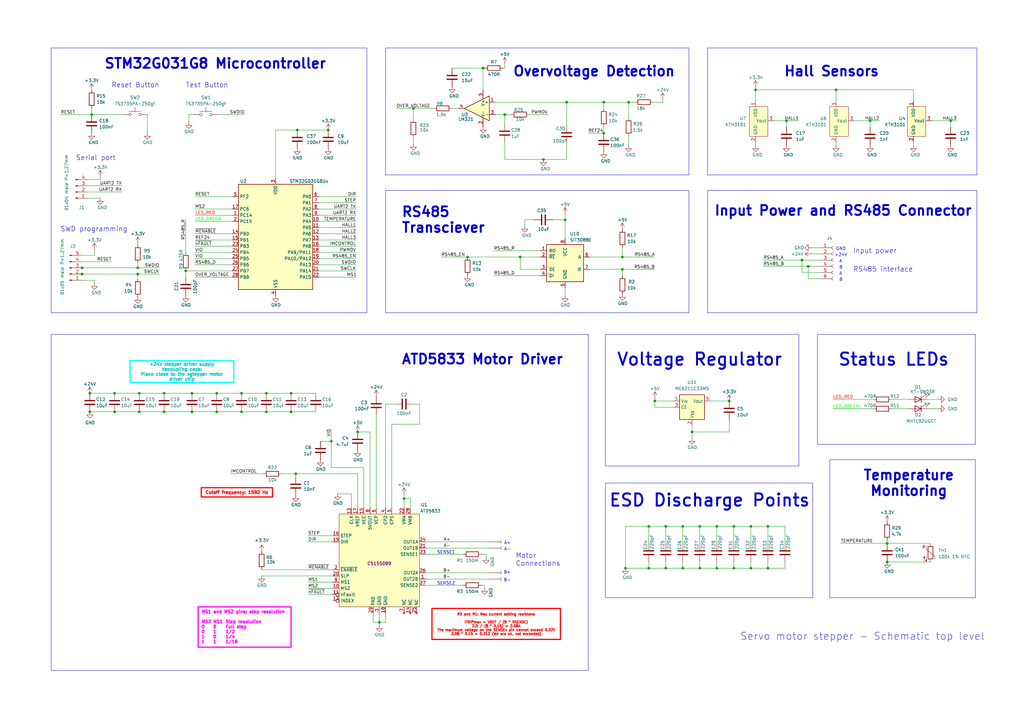
<source format=kicad_sch>
(kicad_sch (version 20250114) (generator "eeschema") (generator_version "9.0")
  (paper "A3")
  (title_block (title "Servo motor stepper M17 - Schematic top level") (date "2025-11-26") (rev "1.5"))
  (rectangle (start 248.285 137.16) (end 327.66 191.135))
  (rectangle (start 335.28 137.16) (end 400.05 182.245))
  (rectangle (start 20.955 137.16) (end 241.3 274.955))
  (rectangle (start 158.115 19.685) (end 282.575 71.755))
  (rectangle (start 290.195 19.685) (end 400.685 71.755))
  (rectangle (start 248.285 198.12) (end 333.375 245.11))
  (rectangle (start 20.955 19.685) (end 150.495 128.27))
  (rectangle (start 158.115 78.105) (end 282.575 128.27))
  (rectangle (start 340.36 188.595) (end 400.05 245.11))
  (rectangle (start 290.195 78.105) (end 400.685 128.27))
  (text "Reset Button" (at 45.72 36.195 0) (effects (font (size 2 2)) (justify left bottom)))
  (text "ESD Discharge Points" (at 249.555 208.28 0) (effects (font (size 5 5) (thickness 0.8) (bold yes)) (justify left bottom)))
  (text "Test Button" (at 76.2 36.195 0) (effects (font (size 2 2)) (justify left bottom)))
  (text "B" (at 344.17 115.57 0) (effects (font (size 1.27 1.27)) (justify left bottom)))
  (text "+24V" (at 342.265 105.41 0) (effects (font (size 1.27 1.27)) (justify left bottom)))
  (text "SWD programming" (at 24.765 95.25 0) (effects (font (size 2 2)) (justify left bottom)))
  (text "Serial port" (at 31.115 66.04 0) (effects (font (size 2 2)) (justify left bottom)))
  (text "GND" (at 342.9 102.87 0) (effects (font (size 1.27 1.27)) (justify left bottom)))
  (text "RS485\nTransciever" (at 164.465 95.885 0) (effects (font (size 4 4) (thickness 0.8) (bold yes)) (justify left bottom)))
  (text "Input power" (at 349.885 104.14 0) (effects (font (size 2 2)) (justify left bottom)))
  (text "B" (at 344.17 110.49 0) (effects (font (size 1.27 1.27)) (justify left bottom)))
  (text "A+" (at 209.55 223.52 0) (effects (font (size 1.27 1.27)) (justify right bottom)))
  (text "Status LEDs" (at 343.535 150.495 0) (effects (font (size 5 5) (thickness 0.8) (bold yes)) (justify left bottom)))
  (text "Overvoltage Detection" (at 210.185 31.75 0) (effects (font (size 4 4) (thickness 0.8) (bold yes)) (justify left bottom)))
  (text "Voltage Regulator" (at 252.73 150.495 0) (effects (font (size 5 5) (thickness 0.8) (bold yes)) (justify left bottom)))
  (text "A" (at 344.17 107.95 0) (effects (font (size 1.27 1.27)) (justify left bottom)))
  (text "Input Power and RS485 Connector" (at 292.735 88.9 0) (effects (font (size 4 4) (thickness 0.8) (bold yes)) (justify left bottom)))
  (text "A" (at 344.17 113.03 0) (effects (font (size 1.27 1.27)) (justify left bottom)))
  (text "SENSE2" (at 186.69 240.03 0) (effects (font (size 1.27 1.27)) (justify right bottom)))
  (text "RS485 interface" (at 349.885 111.76 0) (effects (font (size 2 2)) (justify left bottom)))
  (text "Temperature\nMonitoring" (at 372.745 203.835 0) (effects (font (size 4 4) (thickness 0.8) (bold yes)) (justify bottom)))
  (text "SENSE1" (at 186.69 227.33 0) (effects (font (size 1.27 1.27)) (justify right bottom)))
  (text "B+" (at 209.55 235.585 0) (effects (font (size 1.27 1.27)) (justify right bottom)))
  (text "Servo motor stepper - Schematic top level" (at 303.53 262.89 0) (effects (font (size 3 3)) (justify left bottom)))
  (text "STM32G031G8 Microcontroller" (at 42.545 28.575 0) (effects (font (size 4 4) (thickness 0.8) (bold yes)) (justify left bottom)))
  (text "A-" (at 209.55 226.06 0) (effects (font (size 1.27 1.27)) (justify right bottom)))
  (text "B-" (at 209.55 238.76 0) (effects (font (size 1.27 1.27)) (justify right bottom)))
  (text "ATD5833 Motor Driver" (at 164.465 149.86 0) (effects (font (size 4 4) (thickness 0.8) (bold yes)) (justify left bottom)))
  (text "Hall Sensors" (at 321.31 31.75 0) (effects (font (size 4 4) (thickness 0.8) (bold yes)) (justify left bottom)))
  (text "Motor\nConnections" (at 211.455 232.41 0) (effects (font (size 2 2)) (justify left bottom)))
  (text_box "Cutoff frequency: 1592 Hz\n" (at 82.55 200.025 0) (size 29.21 3.81) (margins 1.2025 1.2025 1.2025 1.2025) (stroke (width 0.5) (color 255 0 0 1)) (effects (font (size 1.27 1.27) (thickness 0.4) (bold yes))))
  (text_box "+24V stepper driver supply \ndecoupling caps:\nPlace close to the sgtepper motor driver chip" (at 53.34 147.955 0) (size 42.545 8.89) (margins 1.2025 1.2025 1.2025 1.2025) (stroke (width 0.5) (color 0 255 255 1)) (effects (font (size 1.27 1.27) (thickness 0.4) (bold yes))))
  (text_box "MS1 and MS2 pins: step resolution\n\nMS2	MS1	Step resolution\n0	0	Full step\n0	1	1/2\n1	0	1/4\n1	1	1/16\n" (at 81.28 248.92 0) (size 38.1 16.51) (margins 1.2025 1.2025 1.2025 1.2025) (stroke (width 0.5) (color 255 0 255 1)) (effects (font (size 1.27 1.27) (thickness 0.4) (bold yes)) (justify left top)))
  (text_box "${94df9340-9001-4abf-849e-0a57a0ae12d6:REFERENCE} and ${c2765680-53cb-47ff-a513-50fbdfe64cd0:REFERENCE}: Max current setting resistors:\n\nITRIPmax = VREF / (8 * RSENSE)\n2.5 / (8 * 0.15) = 2.08A\nThe maximum voltage on the SENSEx pin cannot exceed 0.32V\n2.08 * 0.15 = 0.312 (We are ok, not exceeded)" (at 177.165 249.555 0) (size 52.705 12.7) (margins 1 1 1 1) (stroke (width 0.5) (color 255 0 0 1)) (effects (font (size 1 1) (thickness 0.4) (bold yes))))
  (junction (at 165.735 204.47))
  (junction (at 57.15 161.29))
  (junction (at 37.592 46.99))
  (junction (at 119.38 168.91))
  (junction (at 46.99 161.29))
  (junction (at 389.89 49.53))
  (junction (at 280.035 233.045))
  (junction (at 314.96 233.045))
  (junction (at 213.36 105.41))
  (junction (at 56.515 112.395))
  (junction (at 169.545 44.45))
  (junction (at 121.92 53.34))
  (junction (at 56.515 109.855))
  (junction (at 67.31 161.29))
  (junction (at 307.975 215.9))
  (junction (at 247.65 41.91))
  (junction (at 255.27 110.49))
  (junction (at 256.54 233.045))
  (junction (at 46.99 168.91))
  (junction (at 67.31 168.91))
  (junction (at 273.05 233.045))
  (junction (at 232.41 41.91))
  (junction (at 198.12 27.94))
  (junction (at 134.62 53.34))
  (junction (at 363.855 230.505))
  (junction (at 99.06 168.91))
  (junction (at 299.085 164.465))
  (junction (at 109.22 161.29))
  (junction (at 268.605 164.465))
  (junction (at 119.38 161.29))
  (junction (at 266.065 233.045))
  (junction (at 78.74 161.29))
  (junction (at 36.83 168.91))
  (junction (at 191.77 105.41))
  (junction (at 99.06 161.29))
  (junction (at 121.285 194.31))
  (junction (at 287.02 215.9))
  (junction (at 266.065 215.9))
  (junction (at 309.88 36.83))
  (junction (at 294.005 233.045))
  (junction (at 273.05 215.9))
  (junction (at 280.035 215.9))
  (junction (at 322.58 49.53))
  (junction (at 300.99 233.045))
  (junction (at 307.975 233.045))
  (junction (at 222.885 65.405))
  (junction (at 283.845 177.165))
  (junction (at 57.15 168.91))
  (junction (at 257.81 41.91))
  (junction (at 363.855 222.885))
  (junction (at 300.99 215.9))
  (junction (at 342.9 36.83))
  (junction (at 247.65 54.61))
  (junction (at 231.775 90.17))
  (junction (at 287.02 233.045))
  (junction (at 155.575 255.27))
  (junction (at 331.47 109.22))
  (junction (at 255.27 105.41))
  (junction (at 294.005 215.9))
  (junction (at 36.83 161.29))
  (junction (at 146.685 177.165))
  (junction (at 88.9 168.91))
  (junction (at 33.655 112.395))
  (junction (at 109.22 168.91))
  (junction (at 88.9 161.29))
  (junction (at 135.89 180.975))
  (junction (at 78.74 168.91))
  (junction (at 328.93 106.68))
  (junction (at 356.87 49.53))
  (junction (at 207.01 46.99))
  (junction (at 76.2 111.125))
  (junction (at 33.655 109.855))
  (junction (at 314.96 215.9))
  (wire (pts (xy 350.52 49.53) (xy 356.87 49.53)))
  (wire (pts (xy 76.2 90.17) (xy 76.2 103.505)))
  (wire (pts (xy 172.085 165.735) (xy 169.545 165.735)))
  (wire (pts (xy 271.78 41.91) (xy 267.97 41.91)))
  (wire (pts (xy 99.06 161.29) (xy 109.22 161.29)))
  (wire (pts (xy 162.56 44.45) (xy 169.545 44.45)))
  (wire (pts (xy 380.365 163.83) (xy 384.81 163.83)))
  (wire (pts (xy 332.74 104.14) (xy 336.55 104.14)))
  (wire (pts (xy 146.05 98.425) (xy 130.81 98.425)))
  (wire (pts (xy 266.065 230.505) (xy 266.065 233.045)))
  (wire (pts (xy 146.05 106.045) (xy 130.81 106.045)))
  (wire (pts (xy 356.87 49.53) (xy 360.68 49.53)))
  (wire (pts (xy 146.05 90.805) (xy 130.81 90.805)))
  (wire (pts (xy 197.485 240.03) (xy 198.755 240.03)))
  (wire (pts (xy 80.01 108.585) (xy 95.25 108.585)))
  (wire (pts (xy 215.265 90.17) (xy 215.265 92.71)))
  (wire (pts (xy 165.735 204.47) (xy 165.735 208.28)))
  (wire (pts (xy 57.15 161.29) (xy 67.31 161.29)))
  (wire (pts (xy 37.592 46.99) (xy 50.292 46.99)))
  (wire (pts (xy 222.885 65.405) (xy 232.41 65.405)))
  (wire (pts (xy 146.05 80.645) (xy 130.81 80.645)))
  (wire (pts (xy 169.545 44.45) (xy 169.545 48.895)))
  (wire (pts (xy 146.05 103.505) (xy 130.81 103.505)))
  (wire (pts (xy 332.74 101.6) (xy 336.55 101.6)))
  (wire (pts (xy 342.9 58.42) (xy 342.9 59.69)))
  (wire (pts (xy 283.845 179.705) (xy 283.845 177.165)))
  (wire (pts (xy 36.068 78.74) (xy 50.038 78.74)))
  (wire (pts (xy 255.27 101.6) (xy 255.27 105.41)))
  (wire (pts (xy 255.27 105.41) (xy 268.605 105.41)))
  (wire (pts (xy 78.74 168.91) (xy 88.9 168.91)))
  (wire (pts (xy 169.545 44.45) (xy 177.8 44.45)))
  (wire (pts (xy 255.27 110.49) (xy 255.27 113.03)))
  (wire (pts (xy 144.145 208.28) (xy 144.145 202.565)))
  (wire (pts (xy 130.81 85.725) (xy 146.05 85.725)))
  (wire (pts (xy 33.655 104.775) (xy 38.735 104.775)))
  (wire (pts (xy 266.065 215.9) (xy 266.065 222.885)))
  (wire (pts (xy 146.05 95.885) (xy 130.81 95.885)))
  (wire (pts (xy 89.535 46.99) (xy 100.33 46.99)))
  (wire (pts (xy 80.01 103.505) (xy 95.25 103.505)))
  (wire (pts (xy 374.65 36.83) (xy 374.65 41.275)))
  (wire (pts (xy 222.885 65.405) (xy 207.01 65.405)))
  (wire (pts (xy 174.625 240.03) (xy 189.865 240.03)))
  (wire (pts (xy 241.935 110.49) (xy 255.27 110.49)))
  (wire (pts (xy 389.89 49.53) (xy 389.89 52.07)))
  (wire (pts (xy 146.05 83.185) (xy 130.81 83.185)))
  (wire (pts (xy 109.22 168.91) (xy 119.38 168.91)))
  (wire (pts (xy 146.05 100.965) (xy 130.81 100.965)))
  (wire (pts (xy 256.54 233.045) (xy 256.54 215.9)))
  (wire (pts (xy 365.76 163.83) (xy 372.745 163.83)))
  (wire (pts (xy 57.15 168.91) (xy 67.31 168.91)))
  (wire (pts (xy 207.01 46.99) (xy 207.01 50.8)))
  (wire (pts (xy 294.005 230.505) (xy 294.005 233.045)))
  (wire (pts (xy 158.115 165.735) (xy 158.115 208.28)))
  (wire (pts (xy 174.625 237.49) (xy 200.66 237.49)))
  (wire (pts (xy 126.365 219.71) (xy 136.525 219.71)))
  (wire (pts (xy 257.81 55.88) (xy 257.81 59.69)))
  (wire (pts (xy 280.035 215.9) (xy 273.05 215.9)))
  (wire (pts (xy 213.36 105.41) (xy 221.615 105.41)))
  (wire (pts (xy 126.365 241.3) (xy 136.525 241.3)))
  (wire (pts (xy 126.365 243.84) (xy 136.525 243.84)))
  (wire (pts (xy 363.855 222.885) (xy 381.635 222.885)))
  (wire (pts (xy 257.81 41.91) (xy 257.81 48.26)))
  (wire (pts (xy 314.96 215.9) (xy 307.975 215.9)))
  (wire (pts (xy 380.365 167.64) (xy 384.81 167.64)))
  (wire (pts (xy 165.735 202.565) (xy 165.735 204.47)))
  (wire (pts (xy 161.925 165.735) (xy 158.115 165.735)))
  (wire (pts (xy 31.115 109.855) (xy 33.655 109.855)))
  (wire (pts (xy 300.99 233.045) (xy 294.005 233.045)))
  (wire (pts (xy 77.47 46.99) (xy 79.375 46.99)))
  (wire (pts (xy 331.47 109.22) (xy 331.47 114.3)))
  (wire (pts (xy 313.055 109.22) (xy 331.47 109.22)))
  (wire (pts (xy 313.055 106.68) (xy 328.93 106.68)))
  (wire (pts (xy 202.565 102.87) (xy 221.615 102.87)))
  (wire (pts (xy 149.225 208.28) (xy 149.225 191.77)))
  (wire (pts (xy 382.27 49.53) (xy 389.89 49.53)))
  (wire (pts (xy 309.88 58.42) (xy 309.88 59.69)))
  (wire (pts (xy 287.02 215.9) (xy 287.02 222.885)))
  (wire (pts (xy 328.93 111.76) (xy 336.55 111.76)))
  (wire (pts (xy 207.01 58.42) (xy 207.01 65.405)))
  (wire (pts (xy 121.285 194.31) (xy 121.285 195.58)))
  (wire (pts (xy 231.775 90.17) (xy 231.775 97.79)))
  (wire (pts (xy 287.02 233.045) (xy 280.035 233.045)))
  (wire (pts (xy 168.275 204.47) (xy 165.735 204.47)))
  (wire (pts (xy 126.365 222.25) (xy 136.525 222.25)))
  (wire (pts (xy 160.655 173.99) (xy 172.085 173.99)))
  (wire (pts (xy 154.305 170.18) (xy 154.305 208.28)))
  (wire (pts (xy 174.625 224.79) (xy 200.66 224.79)))
  (wire (pts (xy 36.068 73.66) (xy 41.148 73.66)))
  (wire (pts (xy 115.57 194.31) (xy 121.285 194.31)))
  (wire (pts (xy 146.05 108.585) (xy 130.81 108.585)))
  (wire (pts (xy 363.855 230.505) (xy 381.635 230.505)))
  (wire (pts (xy 36.068 81.28) (xy 41.148 81.28)))
  (wire (pts (xy 36.83 161.29) (xy 46.99 161.29)))
  (wire (pts (xy 328.93 106.68) (xy 328.93 111.76)))
  (wire (pts (xy 268.605 163.195) (xy 268.605 164.465)))
  (wire (pts (xy 199.39 227.33) (xy 199.39 228.6)))
  (wire (pts (xy 213.36 110.49) (xy 221.615 110.49)))
  (wire (pts (xy 80.01 100.965) (xy 95.25 100.965)))
  (wire (pts (xy 231.775 87.63) (xy 231.775 90.17)))
  (wire (pts (xy 146.05 93.345) (xy 130.81 93.345)))
  (wire (pts (xy 144.145 202.565) (xy 138.43 202.565)))
  (wire (pts (xy 56.515 107.95) (xy 56.515 109.855)))
  (wire (pts (xy 198.755 240.03) (xy 198.755 241.3)))
  (wire (pts (xy 203.2 41.91) (xy 232.41 41.91)))
  (wire (pts (xy 37.592 44.45) (xy 37.592 46.99)))
  (wire (pts (xy 389.89 49.53) (xy 392.43 49.53)))
  (wire (pts (xy 174.625 222.25) (xy 200.66 222.25)))
  (wire (pts (xy 287.02 215.9) (xy 280.035 215.9)))
  (wire (pts (xy 268.605 164.465) (xy 276.225 164.465)))
  (wire (pts (xy 363.855 221.615) (xy 363.855 222.885)))
  (wire (pts (xy 232.41 51.435) (xy 232.41 41.91)))
  (wire (pts (xy 169.545 56.515) (xy 169.545 59.055)))
  (wire (pts (xy 38.735 114.935) (xy 38.735 116.205)))
  (wire (pts (xy 80.01 106.045) (xy 95.25 106.045)))
  (wire (pts (xy 56.515 112.395) (xy 65.405 112.395)))
  (wire (pts (xy 317.5 49.53) (xy 322.58 49.53)))
  (wire (pts (xy 257.81 41.91) (xy 260.35 41.91)))
  (wire (pts (xy 226.695 90.17) (xy 231.775 90.17)))
  (wire (pts (xy 217.17 46.99) (xy 224.79 46.99)))
  (wire (pts (xy 168.275 208.28) (xy 168.275 204.47)))
  (wire (pts (xy 307.975 215.9) (xy 300.99 215.9)))
  (wire (pts (xy 158.115 251.46) (xy 158.115 255.27)))
  (wire (pts (xy 88.9 161.29) (xy 99.06 161.29)))
  (wire (pts (xy 283.845 174.625) (xy 283.845 177.165)))
  (wire (pts (xy 33.655 107.315) (xy 45.72 107.315)))
  (wire (pts (xy 203.2 46.99) (xy 207.01 46.99)))
  (wire (pts (xy 314.96 233.045) (xy 314.96 230.505)))
  (wire (pts (xy 231.775 121.285) (xy 231.775 118.11)))
  (wire (pts (xy 80.01 90.805) (xy 95.25 90.805)))
  (wire (pts (xy 256.54 233.045) (xy 266.065 233.045)))
  (wire (pts (xy 130.81 113.665) (xy 146.05 113.665)))
  (wire (pts (xy 280.035 230.505) (xy 280.035 233.045)))
  (wire (pts (xy 155.575 251.46) (xy 155.575 255.27)))
  (wire (pts (xy 314.96 222.885) (xy 314.96 215.9)))
  (wire (pts (xy 328.93 106.68) (xy 336.55 106.68)))
  (wire (pts (xy 322.58 49.53) (xy 322.58 52.07)))
  (wire (pts (xy 174.625 227.33) (xy 189.865 227.33)))
  (wire (pts (xy 300.99 215.9) (xy 294.005 215.9)))
  (wire (pts (xy 33.655 109.855) (xy 56.515 109.855)))
  (wire (pts (xy 60.452 46.99) (xy 60.452 54.61)))
  (wire (pts (xy 80.01 95.885) (xy 95.25 95.885)))
  (wire (pts (xy 273.05 215.9) (xy 266.065 215.9)))
  (wire (pts (xy 31.115 112.395) (xy 33.655 112.395)))
  (wire (pts (xy 153.035 255.27) (xy 155.575 255.27)))
  (wire (pts (xy 280.035 215.9) (xy 280.035 222.885)))
  (wire (pts (xy 94.615 194.31) (xy 107.95 194.31)))
  (wire (pts (xy 80.01 113.665) (xy 95.25 113.665)))
  (wire (pts (xy 80.01 85.725) (xy 95.25 85.725)))
  (wire (pts (xy 174.625 234.95) (xy 200.66 234.95)))
  (wire (pts (xy 321.945 215.9) (xy 314.96 215.9)))
  (wire (pts (xy 76.2 111.125) (xy 95.25 111.125)))
  (wire (pts (xy 219.075 90.17) (xy 215.265 90.17)))
  (wire (pts (xy 24.892 46.99) (xy 37.592 46.99)))
  (wire (pts (xy 283.845 177.165) (xy 299.085 177.165)))
  (wire (pts (xy 314.96 233.045) (xy 307.975 233.045)))
  (wire (pts (xy 99.06 168.91) (xy 109.22 168.91)))
  (wire (pts (xy 344.805 222.885) (xy 363.855 222.885)))
  (wire (pts (xy 155.575 255.27) (xy 155.575 256.54)))
  (wire (pts (xy 191.77 105.41) (xy 213.36 105.41)))
  (wire (pts (xy 280.035 233.045) (xy 273.05 233.045)))
  (wire (pts (xy 78.74 161.29) (xy 88.9 161.29)))
  (wire (pts (xy 232.41 65.405) (xy 232.41 59.055)))
  (wire (pts (xy 80.01 98.425) (xy 95.25 98.425)))
  (wire (pts (xy 56.515 114.3) (xy 56.515 112.395)))
  (wire (pts (xy 88.9 168.91) (xy 99.06 168.91)))
  (wire (pts (xy 299.085 177.165) (xy 299.085 172.085)))
  (wire (pts (xy 342.9 36.83) (xy 342.9 41.275)))
  (wire (pts (xy 207.01 46.99) (xy 209.55 46.99)))
  (wire (pts (xy 77.47 50.165) (xy 77.47 46.99)))
  (wire (pts (xy 374.65 36.83) (xy 342.9 36.83)))
  (wire (pts (xy 331.47 114.3) (xy 336.55 114.3)))
  (wire (pts (xy 38.735 104.775) (xy 38.735 102.235)))
  (wire (pts (xy 255.27 110.49) (xy 268.605 110.49)))
  (wire (pts (xy 113.03 73.025) (xy 113.03 53.34)))
  (wire (pts (xy 119.38 161.29) (xy 129.54 161.29)))
  (wire (pts (xy 273.05 230.505) (xy 273.05 233.045)))
  (wire (pts (xy 294.005 215.9) (xy 294.005 222.885)))
  (wire (pts (xy 213.36 105.41) (xy 213.36 110.49)))
  (wire (pts (xy 322.58 49.53) (xy 327.66 49.53)))
  (wire (pts (xy 36.068 76.2) (xy 50.038 76.2)))
  (wire (pts (xy 172.085 173.99) (xy 172.085 165.735)))
  (wire (pts (xy 314.96 233.045) (xy 321.945 233.045)))
  (wire (pts (xy 56.515 109.855) (xy 65.405 109.855)))
  (wire (pts (xy 151.765 177.165) (xy 151.765 208.28)))
  (wire (pts (xy 185.42 44.45) (xy 187.96 44.45)))
  (wire (pts (xy 180.975 105.41) (xy 191.77 105.41)))
  (wire (pts (xy 185.42 27.94) (xy 198.12 27.94)))
  (wire (pts (xy 207.01 27.94) (xy 206.375 27.94)))
  (wire (pts (xy 107.315 236.22) (xy 136.525 236.22)))
  (wire (pts (xy 374.65 58.42) (xy 374.65 59.69)))
  (wire (pts (xy 80.01 88.265) (xy 95.25 88.265)))
  (wire (pts (xy 158.115 255.27) (xy 155.575 255.27)))
  (wire (pts (xy 309.88 36.83) (xy 309.88 41.275)))
  (wire (pts (xy 121.92 53.34) (xy 134.62 53.34)))
  (wire (pts (xy 287.02 230.505) (xy 287.02 233.045)))
  (wire (pts (xy 107.315 233.68) (xy 136.525 233.68)))
  (wire (pts (xy 67.31 168.91) (xy 78.74 168.91)))
  (wire (pts (xy 160.655 208.28) (xy 160.655 173.99)))
  (wire (pts (xy 46.99 168.91) (xy 57.15 168.91)))
  (wire (pts (xy 309.88 35.56) (xy 309.88 36.83)))
  (wire (pts (xy 271.78 40.64) (xy 271.78 41.91)))
  (wire (pts (xy 36.83 168.91) (xy 46.99 168.91)))
  (wire (pts (xy 198.755 27.94) (xy 198.12 27.94)))
  (wire (pts (xy 33.655 114.935) (xy 38.735 114.935)))
  (wire (pts (xy 331.47 109.22) (xy 336.55 109.22)))
  (wire (pts (xy 135.89 191.77) (xy 149.225 191.77)))
  (wire (pts (xy 341.63 167.64) (xy 358.14 167.64)))
  (wire (pts (xy 41.148 73.66) (xy 41.148 72.39)))
  (wire (pts (xy 247.65 41.91) (xy 257.81 41.91)))
  (wire (pts (xy 33.655 112.395) (xy 56.515 112.395)))
  (wire (pts (xy 135.89 175.895) (xy 135.89 180.975)))
  (wire (pts (xy 241.935 105.41) (xy 255.27 105.41)))
  (wire (pts (xy 121.285 194.31) (xy 146.685 194.31)))
  (wire (pts (xy 273.05 215.9) (xy 273.05 222.885)))
  (wire (pts (xy 291.465 164.465) (xy 299.085 164.465)))
  (wire (pts (xy 146.685 177.165) (xy 151.765 177.165)))
  (wire (pts (xy 146.685 208.28) (xy 146.685 194.31)))
  (wire (pts (xy 268.605 167.005) (xy 268.605 164.465)))
  (wire (pts (xy 109.22 161.29) (xy 119.38 161.29)))
  (wire (pts (xy 247.65 41.91) (xy 247.65 44.45)))
  (wire (pts (xy 130.81 88.265) (xy 146.05 88.265)))
  (wire (pts (xy 197.485 227.33) (xy 199.39 227.33)))
  (wire (pts (xy 307.975 233.045) (xy 307.975 230.505)))
  (wire (pts (xy 119.38 168.91) (xy 129.54 168.91)))
  (wire (pts (xy 321.945 222.885) (xy 321.945 215.9)))
  (wire (pts (xy 198.12 27.94) (xy 198.12 36.83)))
  (wire (pts (xy 307.975 215.9) (xy 307.975 222.885)))
  (wire (pts (xy 300.99 230.505) (xy 300.99 233.045)))
  (wire (pts (xy 307.975 233.045) (xy 300.99 233.045)))
  (wire (pts (xy 207.01 26.035) (xy 207.01 27.94)))
  (wire (pts (xy 76.2 113.665) (xy 76.2 111.125)))
  (wire (pts (xy 321.945 230.505) (xy 321.945 233.045)))
  (wire (pts (xy 131.445 180.975) (xy 135.89 180.975)))
  (wire (pts (xy 276.225 167.005) (xy 268.605 167.005)))
  (wire (pts (xy 300.99 215.9) (xy 300.99 222.885)))
  (wire (pts (xy 294.005 215.9) (xy 287.02 215.9)))
  (wire (pts (xy 247.65 52.07) (xy 247.65 54.61)))
  (wire (pts (xy 342.9 36.83) (xy 309.88 36.83)))
  (wire (pts (xy 56.515 99.695) (xy 56.515 100.33)))
  (wire (pts (xy 356.87 49.53) (xy 356.87 52.07)))
  (wire (pts (xy 294.005 233.045) (xy 287.02 233.045)))
  (wire (pts (xy 241.3 54.61) (xy 247.65 54.61)))
  (wire (pts (xy 256.54 215.9) (xy 266.065 215.9)))
  (wire (pts (xy 365.76 167.64) (xy 372.745 167.64)))
  (wire (pts (xy 80.01 80.645) (xy 95.25 80.645)))
  (wire (pts (xy 113.03 53.34) (xy 121.92 53.34)))
  (wire (pts (xy 136.525 238.76) (xy 126.365 238.76)))
  (wire (pts (xy 46.99 161.29) (xy 57.15 161.29)))
  (wire (pts (xy 153.035 251.46) (xy 153.035 255.27)))
  (wire (pts (xy 341.63 163.83) (xy 358.14 163.83)))
  (wire (pts (xy 273.05 233.045) (xy 266.065 233.045)))
  (wire (pts (xy 232.41 41.91) (xy 247.65 41.91)))
  (wire (pts (xy 202.565 113.03) (xy 221.615 113.03)))
  (wire (pts (xy 135.89 191.77) (xy 135.89 180.975)))
  (wire (pts (xy 67.31 161.29) (xy 78.74 161.29)))
  (wire (pts (xy 146.05 111.125) (xy 130.81 111.125)))
  (label "DIR" (at 126.365 222.25 0))
  (label "RESET" (at 45.72 107.315 180))
  (label "A+" (at 184.785 222.25 180))
  (label "RS485_EN" (at 146.05 106.045 180))
  (label "~{MENABLE}" (at 80.01 95.885 0))
  (label "SWCLK" (at 65.405 112.395 180))
  (label "OVER_VOLTAGE" (at 80.01 113.665 0))
  (label "HALL2" (at 360.68 49.53 180))
  (label "B+" (at 184.785 234.95 180))
  (label "REF24" (at 241.3 54.61 0))
  (label "RS485_R" (at 202.565 102.87 0))
  (label "RS485_EN" (at 180.975 105.41 0))
  (label "DIR" (at 146.05 80.645 180))
  (label "VIO" (at 80.01 106.045 0))
  (label "B-" (at 184.785 237.49 180))
  (label "LED_GREEN" (at 80.01 90.805 0))
  (label "RS485_R" (at 76.2 98.425 90))
  (label "~{MENABLE}" (at 126.365 233.68 0))
  (label "RS485_B" (at 313.055 109.22 0))
  (label "VIO" (at 80.01 103.505 0))
  (label "SWCLK" (at 146.05 111.125 180))
  (label "STEP" (at 126.365 219.71 0))
  (label "RS485_A" (at 313.055 106.68 0))
  (label "MS1" (at 126.365 238.76 0))
  (label "PWMOV" (at 217.805 46.99 0))
  (label "UART2 RX" (at 50.038 78.74 180))
  (label "RESET" (at 24.892 46.99 0))
  (label "PWMOV" (at 146.05 103.505 180))
  (label "RS485_A" (at 268.605 105.41 180))
  (label "HALL2" (at 146.05 95.885 180))
  (label "MS1" (at 142.24 113.665 0))
  (label "LED_RED" (at 80.01 88.265 0))
  (label "RESET" (at 80.01 80.645 0))
  (label "OVER_VOLTAGE" (at 162.56 44.45 0))
  (label "RS485_D" (at 202.565 113.03 0))
  (label "HALL3" (at 146.05 98.425 180))
  (label "LED_RED" (at 341.63 163.83 0))
  (label "LED_GREEN" (at 341.63 167.64 0))
  (label "REF24" (at 80.01 98.425 0))
  (label "IMCONTROL" (at 146.05 100.965 180))
  (label "MS2" (at 80.01 85.725 0))
  (label "UART2 TX" (at 146.05 85.725 180))
  (label "~{nFAULT}" (at 80.01 100.965 0))
  (label "SWDIO" (at 100.33 46.99 180))
  (label "SWDIO" (at 65.405 109.855 180))
  (label "UART2 TX" (at 50.038 76.2 180))
  (label "HALL1" (at 146.05 93.345 180))
  (label "TEMPERATURE" (at 344.805 222.885 0))
  (label "RS485_B" (at 268.605 110.49 180))
  (label "HALL3" (at 392.43 49.53 180))
  (label "UART2 RX" (at 146.05 88.265 180))
  (label "TEMPERATURE" (at 146.05 90.805 180))
  (label "MS2" (at 126.365 241.3 0))
  (label "VIO" (at 135.89 179.07 90))
  (label "~{nFAULT}" (at 126.365 243.84 0))
  (label "IMCONTROL" (at 94.615 194.31 0))
  (label "SWDIO" (at 146.05 108.585 180))
  (label "HALL1" (at 327.66 49.53 180))
  (label "STEP" (at 146.05 83.185 180))
  (label "A-" (at 184.785 224.79 180))
  (label "RS485_D" (at 80.01 108.585 0))
  (symbol (lib_id "power:GND") (at 107.315 236.22 0) (unit 1)
    (property "Reference" "#PWR016" (effects (hide yes)))
    (property "Value" "GND" (at 105.41 240.03 0) (effects (justify left)))
  )
  (symbol (lib_id "power:GND") (at 363.855 230.505 0) (unit 1)
    (property "Reference" "#PWR071" (effects (hide yes)))
    (property "Value" "GND" (at 362.585 234.315 0) (effects (justify left)))
  )
  (symbol (lib_id "Device:C") (at 300.99 226.695 180) (unit 1)
    (property "Reference" "C31" (at 299.72 223.52 90))
    (property "Value" "220pF" (at 302.26 222.25 90))
    (property "Footprint" "Capacitor_SMD:C_0402_1005Metric" (effects (hide yes)))
    (property "LCSC" "C1530" (effects (hide yes)))
  )
  (symbol (lib_id "power:+3.3V") (at 309.88 35.56 0) (unit 1)
    (property "Reference" "#PWR028" (effects (hide yes)))
    (property "Value" "+3.3V" (at 309.88 31.75 0))
  )
  (symbol (lib_name "KTH3101_1") (lib_id "servo_motor:KTH3101") (at 311.15 49.53 0) (unit 1)
    (property "Reference" "U7" (at 306.07 48.5774 0) (effects (justify right)))
    (property "Value" "KTH3101" (at 306.07 51.1174 0) (effects (justify right)))
    (property "Footprint" "servo_motor:DFN1616" (effects (hide yes)))
    (property "Description" "Analog hall sensor" (effects (hide yes)))
    (property "LCSC" "C49258056" (effects (hide yes)))
  )
  (symbol (lib_id "power:+3.3V") (at 231.775 87.63 0) (unit 1)
    (property "Reference" "#PWR033" (effects (hide yes)))
    (property "Value" "+5V" (at 231.775 83.82 0))
  )
  (symbol (lib_id "power:GND") (at 356.87 59.69 0) (unit 1)
    (property "Reference" "#PWR0105" (effects (hide yes)))
    (property "Value" "GND" (at 355.6 63.5 0) (effects (justify left)))
  )
  (symbol (lib_id "Device:C") (at 37.592 50.8 0) (unit 1)
    (property "Reference" "C18" (at 40.64 49.5299 0) (effects (justify left)))
    (property "Value" "100nF" (at 40.64 52.0699 0) (effects (justify left)))
    (property "Footprint" "Capacitor_SMD:C_0402_1005Metric" (effects (hide yes)))
    (property "LCSC" "C307331" (effects (hide yes)))
  )
  (symbol (lib_id "Device:LED") (at 376.555 163.83 180) (unit 1)
    (property "Reference" "D1" (at 376.555 158.75 0))
    (property "Value" "KT-0603R" (at 378.46 160.655 0))
    (property "Footprint" "LED_SMD:LED_0603_1608Metric" (effects (hide yes)))
    (property "Description" "Light emitting diode" (effects (hide yes)))
    (property "LCSC" "C2286" (effects (hide yes)))
  )
  (symbol (lib_id "power:+3.3V") (at 134.62 53.34 0) (unit 1)
    (property "Reference" "#PWR07" (effects (hide yes)))
    (property "Value" "+3.3V" (at 134.62 49.53 0))
  )
  (symbol (lib_id "Regulator_Linear:ME6211C33M5") (at 283.845 167.005 0) (unit 1)
    (property "Reference" "U11" (at 283.845 156.845 0))
    (property "Value" "ME6211C33M5" (at 283.845 159.385 0))
    (property "Footprint" "Package_TO_SOT_SMD:SOT-23-5" (effects (hide yes)))
    (property "Datasheet" "https://www.lcsc.com/datasheet/lcsc_datasheet_2304140030_MICRONE-Nanjing-Micro-One-Elec-ME6211C33R5G_C235316.pdf" (effects (hide yes)))
    (property "Description" "500mA low dropout linear regulator, shutdown pin, 6.5V max input voltage, 3.3V fixed positive output, SOT-23-5" (effects (hide yes)))
    (property "LCSC" "C82942" (effects (hide yes)))
  )
  (symbol (lib_id "power:+3.3V") (at 299.085 164.465 0) (unit 1)
    (property "Reference" "#PWR060" (effects (hide yes)))
    (property "Value" "+3.3V" (at 299.085 160.655 0))
  )
  (symbol (lib_id "Device:C") (at 99.06 165.1 0) (unit 1)
    (property "Reference" "C10" (at 101.6 163.83 0) (effects (justify left)))
    (property "Value" "10uF" (at 101.6 166.37 0) (effects (justify left)))
    (property "Footprint" "Capacitor_SMD:C_0603_1608Metric" (effects (hide yes)))
    (property "LCSC" "C194427" (effects (hide yes)))
  )
  (symbol (lib_id "Amplifier_Operational:LM321") (at 195.58 44.45 0) (mirror y) (unit 1) (exclude_from_sim yes)
    (property "Reference" "U3" (at 189.23 46.99 0) (effects (justify right)))
    (property "Value" "LM321" (at 187.96 48.895 0) (effects (justify right)))
    (property "Footprint" "Package_TO_SOT_SMD:SOT-23-5" (effects (hide yes)))
    (property "Datasheet" "https://www.lcsc.com/datasheet/lcsc_datasheet_2401051805_HANSCHIP-semiconductor-LM321MF_C19723728.pdf" (effects (hide yes)))
    (property "LCSC" "C19723728" (effects (hide yes)))
  )
  (symbol (lib_id "power:GND") (at 322.58 59.69 0) (unit 1)
    (property "Reference" "#PWR0110" (effects (hide yes)))
    (property "Value" "GND" (at 321.31 63.5 0) (effects (justify left)))
  )
  (symbol (lib_id "power:GND") (at 309.88 59.69 0) (unit 1)
    (property "Reference" "#PWR0108" (effects (hide yes)))
    (property "Value" "GND" (at 308.61 63.5 0) (effects (justify left)))
  )
  (symbol (lib_id "power:GND") (at 384.81 163.83 90) (unit 1)
    (property "Reference" "#PWR030" (effects (hide yes)))
    (property "Value" "GND" (at 388.62 163.8299 90) (effects (justify right)))
  )
  (symbol (lib_id "Device:C") (at 280.035 226.695 180) (unit 1)
    (property "Reference" "C26" (at 278.765 223.52 90))
    (property "Value" "220pF" (at 281.305 222.25 90))
    (property "Footprint" "Capacitor_SMD:C_0402_1005Metric" (effects (hide yes)))
    (property "LCSC" "C1530" (effects (hide yes)))
  )
  (symbol (lib_id "Device:R") (at 111.76 194.31 90) (unit 1)
    (property "Reference" "R22" (at 111.76 191.77 90))
    (property "Value" "10k" (at 111.76 196.85 90))
    (property "Footprint" "Resistor_SMD:R_0402_1005Metric" (effects (hide yes)))
    (property "LCSC" "C25744" (effects (hide yes)))
  )
  (symbol (lib_id "power:GND") (at 121.285 203.2 0) (unit 1)
    (property "Reference" "#PWR038" (effects (hide yes)))
    (property "Value" "GND" (at 119.38 207.01 0) (effects (justify left)))
  )
  (symbol (lib_id "power:+3.3V") (at 37.592 36.83 0) (unit 1)
    (property "Reference" "#PWR035" (effects (hide yes)))
    (property "Value" "+3.3V" (at 37.592 33.02 0))
  )
  (symbol (lib_id "Device:C") (at 119.38 165.1 0) (unit 1)
    (property "Reference" "C13" (at 121.92 163.83 0) (effects (justify left)))
    (property "Value" "10uF" (at 121.92 166.37 0) (effects (justify left)))
    (property "Footprint" "Capacitor_SMD:C_0603_1608Metric" (effects (hide yes)))
    (property "LCSC" "C194427" (effects (hide yes)))
  )
  (symbol (lib_id "power:GND") (at 255.27 120.65 0) (unit 1)
    (property "Reference" "#PWR018" (effects (hide yes)))
    (property "Value" "GND" (at 253.365 124.46 0) (effects (justify left)))
  )
  (symbol (lib_id "power:GND") (at 56.515 121.92 0) (unit 1)
    (property "Reference" "#PWR09" (effects (hide yes)))
    (property "Value" "GND" (at 54.61 125.73 0) (effects (justify left)))
  )
  (symbol (lib_id "Device:R") (at 181.61 44.45 90) (unit 1)
    (property "Reference" "R8" (at 180.34 42.545 90))
    (property "Value" "1.5k" (at 180.975 46.99 90))
    (property "Footprint" "Resistor_SMD:R_0402_1005Metric" (effects (hide yes)))
    (property "LCSC" "C25867" (effects (hide yes)))
  )
  (symbol (lib_id "power:GND") (at 222.885 65.405 0) (unit 1)
    (property "Reference" "#PWR058" (effects (hide yes)))
    (property "Value" "GND" (at 221.615 69.215 0) (effects (justify left)))
  )
  (symbol (lib_id "Device:R") (at 202.565 27.94 90) (unit 1)
    (property "Reference" "R7" (at 202.565 25.4 90))
    (property "Value" "470R" (at 202.565 30.48 90))
    (property "Footprint" "Resistor_SMD:R_0402_1005Metric" (effects (hide yes)))
    (property "LCSC" "C25117" (effects (hide yes)))
  )
  (symbol (lib_id "servo_motor:ATD5833") (at 155.575 231.14 0) (unit 1)
    (property "Reference" "U1" (at 173.99 207.01 0))
    (property "Value" "ATD5833" (at 176.53 209.55 0))
    (property "Footprint" "Package_DFN_QFN:QFN-28-1EP_5x5mm_P0.5mm_EP3.75x3.75mm_ThermalVias" (effects (hide yes)))
    (property "LCSC" "C5155089" (at 155.575 231.14 0))
  )
  (symbol (lib_id "power:GND") (at 185.42 35.56 0) (unit 1)
    (property "Reference" "#PWR044" (effects (hide yes)))
    (property "Value" "GND" (at 184.15 39.37 0) (effects (justify left)))
  )
  (symbol (lib_id "Device:R") (at 255.27 116.84 180) (unit 1)
    (property "Reference" "R2" (at 259.08 115.57 0))
    (property "Value" "10k" (at 259.08 118.11 0))
    (property "Footprint" "Resistor_SMD:R_0402_1005Metric" (effects (hide yes)))
    (property "LCSC" "C25744" (effects (hide yes)))
  )
  (symbol (lib_id "power:GND") (at 38.735 116.205 0) (unit 1)
    (property "Reference" "#PWR05" (effects (hide yes)))
    (property "Value" "GND" (at 37.465 120.015 0) (effects (justify left)))
  )
  (symbol (lib_id "Device:C") (at 185.42 31.75 0) (unit 1)
    (property "Reference" "C22" (at 189.23 30.4799 0) (effects (justify left)))
    (property "Value" "10uF" (at 189.23 33.0199 0) (effects (justify left)))
    (property "Footprint" "Capacitor_SMD:C_0402_1005Metric" (effects (hide yes)))
    (property "LCSC" "C15525" (effects (hide yes)))
  )
  (symbol (lib_id "power:GND") (at 169.545 59.055 0) (unit 1)
    (property "Reference" "#PWR049" (effects (hide yes)))
    (property "Value" "GND" (at 168.275 62.865 0) (effects (justify left)))
  )
  (symbol (lib_id "power:GND") (at 113.03 121.285 0) (unit 1)
    (property "Reference" "#PWR029" (effects (hide yes)))
    (property "Value" "GND" (at 111.125 125.095 0) (effects (justify left)))
  )
  (symbol (lib_id "Device:R") (at 169.545 52.705 180) (unit 1)
    (property "Reference" "R23" (at 173.99 51.435 0))
    (property "Value" "10k" (at 173.99 53.34 0))
    (property "Footprint" "Resistor_SMD:R_0402_1005Metric" (effects (hide yes)))
    (property "LCSC" "C25744" (effects (hide yes)))
  )
  (symbol (lib_id "power:GND") (at 134.62 60.96 0) (unit 1)
    (property "Reference" "#PWR021" (effects (hide yes)))
    (property "Value" "GND" (at 132.715 64.77 0) (effects (justify left)))
  )
  (symbol (lib_id "Device:C") (at 299.085 168.275 0) (unit 1)
    (property "Reference" "C5" (at 302.26 167.64 0) (effects (justify left)))
    (property "Value" "10uF" (at 302.26 170.18 0) (effects (justify left)))
    (property "Footprint" "Capacitor_SMD:C_0402_1005Metric" (effects (hide yes)))
    (property "LCSC" "C15525" (effects (hide yes)))
  )
  (symbol (lib_id "Device:R") (at 361.95 167.64 90) (unit 1)
    (property "Reference" "R11" (at 367.03 166.37 90))
    (property "Value" "470R" (at 356.87 166.37 90))
    (property "Footprint" "Resistor_SMD:R_0402_1005Metric" (effects (hide yes)))
    (property "LCSC" "C25117" (effects (hide yes)))
  )
  (symbol (lib_id "power:GND") (at 37.592 54.61 0) (unit 1)
    (property "Reference" "#PWR036" (effects (hide yes)))
    (property "Value" "GND" (at 36.322 58.42 0) (effects (justify left)))
  )
  (symbol (lib_id "Device:C") (at 131.445 184.785 0) (unit 1)
    (property "Reference" "C6" (at 125.095 183.515 0) (effects (justify left)))
    (property "Value" "1uF" (at 124.46 186.055 0) (effects (justify left)))
    (property "Footprint" "Capacitor_SMD:C_0402_1005Metric" (effects (hide yes)))
    (property "Description" "25V 1uF X5R ±10% 0402 Multilayer Ceramic Capacitors MLCC - SMD/SMT ROHS" (effects (hide yes)))
    (property "LCSC" "C52923" (effects (hide yes)))
  )
  (symbol (lib_id "power:+24V") (at 207.01 26.035 0) (unit 1)
    (property "Reference" "#PWR026" (effects (hide yes)))
    (property "Value" "+5V" (at 207.01 22.225 0))
  )
  (symbol (lib_id "power:GND") (at 60.452 54.61 0) (unit 1)
    (property "Reference" "#PWR039" (effects (hide yes)))
    (property "Value" "GND" (at 58.547 58.42 0) (effects (justify left)))
  )
  (symbol (lib_id "Device:C") (at 266.065 226.695 180) (unit 1)
    (property "Reference" "C24" (at 264.795 223.52 90))
    (property "Value" "220pF" (at 267.335 222.25 90))
    (property "Footprint" "Capacitor_SMD:C_0402_1005Metric" (effects (hide yes)))
    (property "LCSC" "C1530" (effects (hide yes)))
  )
  (symbol (lib_id "MCU_ST_STM32G0:STM32G031G8Ux") (at 113.03 98.425 0) (unit 1)
    (property "Reference" "U2" (at 98.425 74.295 0) (effects (justify left)))
    (property "Value" "STM32G031G8Ux" (at 118.745 74.295 0) (effects (justify left)))
    (property "Footprint" "Package_DFN_QFN:QFN-28_4x4mm_P0.5mm" (effects (hide yes)))
    (property "Datasheet" "https://www.st.com/resource/en/datasheet/stm32g031g8.pdf" (effects (hide yes)))
    (property "Description" "STMicroelectronics Arm Cortex-M0+ MCU, 64KB flash, 8KB RAM, 64 MHz, 1.7-3.6V, 26 GPIO, UFQFPN28" (effects (hide yes)))
    (property "LCSC" "C432211" (effects (hide yes)))
  )
  (symbol (lib_id "power:GND") (at 121.92 60.96 0) (unit 1)
    (property "Reference" "#PWR027" (effects (hide yes)))
    (property "Value" "GND" (at 120.015 64.77 0) (effects (justify left)))
  )
  (symbol (lib_name "Conn_01x01_Socket_2") (lib_id "Connector:Conn_01x01_Socket") (at 205.74 237.49 0) (unit 1) (in_bom no)
    (property "Reference" "J5" (effects (hide yes)))
    (property "Value" "Conn_01x01_Socket" (effects (hide yes)))
    (property "Footprint" "servo_motor:Pad_3mm_TopOnly" (effects (hide yes)))
  )
  (symbol (lib_id "Device:C") (at 36.83 165.1 0) (unit 1)
    (property "Reference" "C12" (at 39.37 163.83 0) (effects (justify left)))
    (property "Value" "10uF" (at 39.37 166.37 0) (effects (justify left)))
    (property "Footprint" "Capacitor_SMD:C_0603_1608Metric" (effects (hide yes)))
    (property "LCSC" "C194427" (effects (hide yes)))
  )
  (symbol (lib_id "Device:C") (at 154.305 166.37 0) (unit 1)
    (property "Reference" "C3" (at 147.955 165.1 0) (effects (justify left)))
    (property "Value" "100nF" (at 145.415 167.64 0) (effects (justify left)))
    (property "Footprint" "Capacitor_SMD:C_0402_1005Metric" (effects (hide yes)))
    (property "LCSC" "C307331" (effects (hide yes)))
  )
  (symbol (lib_id "power:GND") (at 36.83 168.91 0) (unit 1)
    (property "Reference" "#PWR032" (effects (hide yes)))
    (property "Value" "GND" (at 34.925 173.355 0) (effects (justify left)))
  )
  (symbol (lib_id "Device:C") (at 247.65 58.42 0) (unit 1)
    (property "Reference" "C36" (at 250.19 57.15 0) (effects (justify left)))
    (property "Value" "100nF" (at 250.19 59.69 0) (effects (justify left)))
    (property "Footprint" "Capacitor_SMD:C_0402_1005Metric" (effects (hide yes)))
    (property "LCSC" "C307331" (effects (hide yes)))
  )
  (symbol (lib_id "Device:R") (at 107.315 229.87 180) (unit 1)
    (property "Reference" "R6" (at 110.49 228.6 0))
    (property "Value" "10k" (at 111.125 230.505 0))
    (property "Footprint" "Resistor_SMD:R_0402_1005Metric" (effects (hide yes)))
    (property "LCSC" "C25744" (effects (hide yes)))
  )
  (symbol (lib_id "power:GND") (at 146.685 184.785 0) (unit 1)
    (property "Reference" "#PWR013" (effects (hide yes)))
    (property "Value" "GND" (at 144.78 188.595 0) (effects (justify left)))
  )
  (symbol (lib_id "power:GND") (at 155.575 256.54 0) (unit 1)
    (property "Reference" "#PWR012" (effects (hide yes)))
    (property "Value" "GND" (at 153.67 260.35 0) (effects (justify left)))
  )
  (symbol (lib_id "Device:C") (at 222.885 90.17 90) (unit 1)
    (property "Reference" "C35" (at 224.155 86.36 90) (effects (justify left)))
    (property "Value" "10uF" (at 225.425 93.98 90) (effects (justify left)))
    (property "Footprint" "Capacitor_SMD:C_0402_1005Metric" (effects (hide yes)))
    (property "LCSC" "C15525" (effects (hide yes)))
  )
  (symbol (lib_id "Device:C") (at 273.05 226.695 180) (unit 1)
    (property "Reference" "C25" (at 271.78 223.52 90))
    (property "Value" "220pF" (at 274.32 222.25 90))
    (property "Footprint" "Capacitor_SMD:C_0402_1005Metric" (effects (hide yes)))
    (property "LCSC" "C1530" (effects (hide yes)))
  )
  (symbol (lib_id "power:GND") (at 389.89 59.69 0) (unit 1)
    (property "Reference" "#PWR0106" (effects (hide yes)))
    (property "Value" "GND" (at 388.62 63.5 0) (effects (justify left)))
  )
  (symbol (lib_id "Device:R") (at 361.95 163.83 90) (unit 1)
    (property "Reference" "R12" (at 367.03 162.56 90))
    (property "Value" "470R" (at 356.87 162.56 90))
    (property "Footprint" "Resistor_SMD:R_0402_1005Metric" (effects (hide yes)))
    (property "LCSC" "C25117" (effects (hide yes)))
  )
  (symbol (lib_id "Connector:Conn_01x04_Pin") (at 30.988 78.74 0) (mirror x) (unit 1) (in_bom no)
    (property "Reference" "J1" (at 33.528 85.09 0))
    (property "Value" "01x04 male P=1.27mm" (at 27.305 74.93 90))
    (property "Footprint" "servo_motor:PinHeader_1x04_P1.27mm_Vertical_No_Silkprint" (effects (hide yes)))
  )
  (symbol (lib_id "power:GND") (at 332.74 101.6 270) (mirror x) (unit 1)
    (property "Reference" "#PWR020" (effects (hide yes)))
    (property "Value" "GND" (at 325.755 101.6 90) (effects (justify left)))
  )
  (symbol (lib_id "Device:R") (at 264.16 41.91 270) (unit 1)
    (property "Reference" "R27" (at 262.89 39.37 90))
    (property "Value" "18k" (at 262.89 44.45 90))
    (property "Footprint" "Resistor_SMD:R_0603_1608Metric" (effects (hide yes)))
    (property "Description" "100mW Thick Film Resistors 75V ±100ppm/℃ ±1% 18kΩ 0603 Chip Resistor - Surface Mount ROHS" (effects (hide yes)))
    (property "LCSC" "C25810" (effects (hide yes)))
  )
  (symbol (lib_id "power:+3.3V") (at 41.148 72.39 0) (unit 1)
    (property "Reference" "#PWR02" (effects (hide yes)))
    (property "Value" "+3.3V" (at 41.148 68.58 0))
  )
  (symbol (lib_id "Connector:Conn_01x06_Socket") (at 341.63 106.68 0) (unit 1)
    (property "Reference" "J4" (at 339.09 97.79 0) (effects (justify left)))
    (property "Value" "Conn_01x06_Socket" (effects (hide yes)))
    (property "Footprint" "Connector_PinSocket_2.00mm:PinSocket_1x06_P2.00mm_Vertical" (effects (hide yes)))
  )
  (symbol (lib_id "power:+3.3V") (at 56.515 99.695 0) (unit 1)
    (property "Reference" "#PWR010" (effects (hide yes)))
    (property "Value" "+3.3V" (at 56.515 95.885 0))
  )
  (symbol (lib_id "power:+24V") (at 154.305 162.56 0) (unit 1)
    (property "Reference" "#PWR011" (effects (hide yes)))
    (property "Value" "+24V" (at 154.305 158.75 0))
  )
  (symbol (lib_id "Device:R") (at 56.515 118.11 180) (unit 1)
    (property "Reference" "R4" (at 52.705 116.84 0))
    (property "Value" "10k" (at 52.705 119.38 0))
    (property "Footprint" "Resistor_SMD:R_0402_1005Metric" (effects (hide yes)))
    (property "LCSC" "C25744" (effects (hide yes)))
  )
  (symbol (lib_id "Device:R") (at 76.2 107.315 180) (unit 1)
    (property "Reference" "R9" (at 74.295 109.22 90))
    (property "Value" "470R" (at 74.295 104.775 90))
    (property "Footprint" "Resistor_SMD:R_0402_1005Metric" (effects (hide yes)))
    (property "LCSC" "C25117" (effects (hide yes)))
  )
  (symbol (lib_name "Conn_01x01_Socket_3") (lib_id "Connector:Conn_01x01_Socket") (at 205.74 222.25 0) (unit 1) (in_bom no)
    (property "Reference" "J3" (effects (hide yes)))
    (property "Value" "Conn_01x01_Socket" (effects (hide yes)))
    (property "Footprint" "servo_motor:Pad_3mm_TopOnly" (effects (hide yes)))
  )
  (symbol (lib_id "power:GND") (at 384.81 167.64 90) (unit 1)
    (property "Reference" "#PWR031" (effects (hide yes)))
    (property "Value" "GND" (at 388.62 167.6399 90) (effects (justify right)))
  )
  (symbol (lib_id "Interface_UART:SP3485EN") (at 231.775 107.95 0) (unit 1)
    (property "Reference" "U10" (at 233.7309 95.885 0) (effects (justify left)))
    (property "Value" "SIT3088E" (at 233.7309 98.425 0) (effects (justify left)))
    (property "Footprint" "Package_DFN_QFN:DFN-8-1EP_3x3mm_P0.65mm_EP1.5x2.25mm" (effects (hide yes)))
    (property "Datasheet" "https://www.lcsc.com/datasheet/lcsc_datasheet_2006102219_SIT-SIT3088ETK_C601076.pdf" (effects (hide yes)))
    (property "LCSC" "C601076" (effects (hide yes)))
  )
  (symbol (lib_id "Device:Thermistor_NTC") (at 381.635 226.695 0) (unit 1) (exclude_from_sim yes)
    (property "Reference" "TH1" (at 384.81 225.7424 0) (effects (justify left)))
    (property "Value" "100k 1% NTC" (at 384.81 228.2824 0) (effects (justify left)))
    (property "Footprint" "Resistor_SMD:R_0402_1005Metric" (effects (hide yes)))
    (property "LCSC" "C236279" (effects (hide yes)))
  )
  (symbol (lib_id "power:GND") (at 342.9 59.69 0) (unit 1)
    (property "Reference" "#PWR0107" (effects (hide yes)))
    (property "Value" "GND" (at 341.63 63.5 0) (effects (justify left)))
  )
  (symbol (lib_id "power:GND") (at 256.54 233.045 0) (unit 1)
    (property "Reference" "#PWR04" (effects (hide yes)))
    (property "Value" "GND" (at 255.27 236.855 0) (effects (justify left)))
  )
  (symbol (lib_id "Device:C") (at 57.15 165.1 0) (unit 1)
    (property "Reference" "C15" (at 59.69 163.83 0) (effects (justify left)))
    (property "Value" "10uF" (at 59.69 166.37 0) (effects (justify left)))
    (property "Footprint" "Capacitor_SMD:C_0603_1608Metric" (effects (hide yes)))
    (property "LCSC" "C194427" (effects (hide yes)))
  )
  (symbol (lib_id "power:GND") (at 231.775 121.285 0) (unit 1)
    (property "Reference" "#PWR034" (effects (hide yes)))
    (property "Value" "GND" (at 229.87 125.095 0) (effects (justify left)))
  )
  (symbol (lib_id "servo_motor:KTH3101") (at 375.92 49.53 0) (unit 1)
    (property "Reference" "U4" (at 371.475 48.5774 0) (effects (justify right)))
    (property "Value" "KTH3101" (at 371.475 51.1174 0) (effects (justify right)))
    (property "Footprint" "servo_motor:DFN1616" (effects (hide yes)))
    (property "Description" "Analog hall sensor" (effects (hide yes)))
    (property "LCSC" "C49258056" (effects (hide yes)))
  )
  (symbol (lib_id "Device:R") (at 193.675 240.03 270) (unit 1)
    (property "Reference" "R3" (at 188.595 242.57 90))
    (property "Value" "150m" (at 193.675 242.57 90))
    (property "Footprint" "Resistor_SMD:R_2010_5025Metric" (effects (hide yes)))
    (property "LCSC" "C474275" (effects (hide yes)))
  )
  (symbol (lib_id "power:+24V") (at 165.735 202.565 0) (unit 1)
    (property "Reference" "#PWR08" (effects (hide yes)))
    (property "Value" "+24V" (at 165.735 198.755 0))
  )
  (symbol (lib_id "power:+3.3V") (at 363.855 213.995 0) (unit 1)
    (property "Reference" "#PWR070" (effects (hide yes)))
    (property "Value" "+3.3V" (at 363.855 210.185 0))
  )
  (symbol (lib_name "Conn_01x01_Socket_1") (lib_id "Connector:Conn_01x01_Socket") (at 205.74 224.79 0) (unit 1) (in_bom no)
    (property "Reference" "J6" (effects (hide yes)))
    (property "Value" "Conn_01x01_Socket" (effects (hide yes)))
    (property "Footprint" "servo_motor:Pad_3mm_TopOnly" (effects (hide yes)))
  )
  (symbol (lib_id "Connector:Conn_01x05_Pin") (at 28.575 109.855 0) (mirror x) (unit 1) (in_bom no)
    (property "Reference" "J2" (at 31.115 100.965 0) (effects (justify right)))
    (property "Value" "01x05 male P=1.27mm" (at 25.527 121.031 90) (effects (justify right)))
    (property "Footprint" "servo_motor:PinHeader_1x05_P1.27mm_Vertical_No_Silkprint" (effects (hide yes)))
  )
  (symbol (lib_id "Device:C") (at 109.22 165.1 0) (unit 1)
    (property "Reference" "C11" (at 111.76 163.83 0) (effects (justify left)))
    (property "Value" "10uF" (at 111.76 166.37 0) (effects (justify left)))
    (property "Footprint" "Capacitor_SMD:C_0603_1608Metric" (effects (hide yes)))
    (property "LCSC" "C194427" (effects (hide yes)))
  )
  (symbol (lib_id "Device:C") (at 121.285 199.39 0) (unit 1)
    (property "Reference" "C1" (at 124.46 198.1199 0) (effects (justify left)))
    (property "Value" "10nF" (at 124.46 200.6599 0) (effects (justify left)))
    (property "Footprint" "Capacitor_SMD:C_0402_1005Metric" (effects (hide yes)))
    (property "LCSC" "C15195" (effects (hide yes)))
  )
  (symbol (lib_id "power:GND") (at 76.2 121.285 0) (unit 1)
    (property "Reference" "#PWR022" (effects (hide yes)))
    (property "Value" "GND" (at 74.295 125.095 0) (effects (justify left)))
  )
  (symbol (lib_id "Device:C") (at 356.87 55.88 0) (unit 1)
    (property "Reference" "C20" (at 360.68 54.6099 0) (effects (justify left)))
    (property "Value" "1nF" (at 360.68 57.1499 0) (effects (justify left)))
    (property "Footprint" "Capacitor_SMD:C_0402_1005Metric" (effects (hide yes)))
    (property "LCSC" "C1523" (effects (hide yes)))
  )
  (symbol (lib_id "power:GND") (at 198.755 241.3 0) (unit 1)
    (property "Reference" "#PWR015" (effects (hide yes)))
    (property "Value" "GND" (at 201.295 245.11 90) (effects (justify left)))
  )
  (symbol (lib_id "Device:R") (at 257.81 52.07 0) (unit 1)
    (property "Reference" "R26" (at 261.62 50.8 0))
    (property "Value" "1.5k" (at 261.62 53.34 0))
    (property "Footprint" "Resistor_SMD:R_0402_1005Metric" (effects (hide yes)))
    (property "LCSC" "C25867" (effects (hide yes)))
  )
  (symbol (lib_name "KTH3101_2") (lib_id "servo_motor:KTH3101") (at 344.17 49.53 0) (unit 1)
    (property "Reference" "U6" (at 339.09 48.5774 0) (effects (justify right)))
    (property "Value" "KTH3101" (at 339.09 51.1174 0) (effects (justify right)))
    (property "Footprint" "servo_motor:DFN1616" (effects (hide yes)))
    (property "Description" "Analog hall sensor" (effects (hide yes)))
    (property "LCSC" "C49258056" (effects (hide yes)))
  )
  (symbol (lib_id "Device:R") (at 363.855 217.805 180) (unit 1)
    (property "Reference" "R29" (at 367.665 216.535 0))
    (property "Value" "4.7k" (at 367.665 219.075 0))
    (property "Footprint" "Resistor_SMD:R_0402_1005Metric" (effects (hide yes)))
    (property "LCSC" "C25900" (effects (hide yes)))
  )
  (symbol (lib_id "Device:R") (at 247.65 48.26 180) (unit 1)
    (property "Reference" "R24" (at 251.46 46.99 0))
    (property "Value" "10k" (at 251.46 49.53 0))
    (property "Footprint" "Resistor_SMD:R_0402_1005Metric" (effects (hide yes)))
    (property "LCSC" "C25744" (effects (hide yes)))
  )
  (symbol (lib_id "power:+24V") (at 36.83 161.29 0) (unit 1)
    (property "Reference" "#PWR023" (effects (hide yes)))
    (property "Value" "+24V" (at 36.83 157.48 0))
  )
  (symbol (lib_id "Device:C") (at 294.005 226.695 180) (unit 1)
    (property "Reference" "C29" (at 292.735 223.52 90))
    (property "Value" "220pF" (at 295.275 222.25 90))
    (property "Footprint" "Capacitor_SMD:C_0402_1005Metric" (effects (hide yes)))
    (property "LCSC" "C1530" (effects (hide yes)))
  )
  (symbol (lib_id "Device:C") (at 232.41 55.245 0) (unit 1)
    (property "Reference" "C30" (at 227.965 52.705 0) (effects (justify left)))
    (property "Value" "100pF" (at 226.695 57.785 0) (effects (justify left)))
    (property "Footprint" "Capacitor_SMD:C_0402_1005Metric" (effects (hide yes)))
    (property "LCSC" "C1546" (effects (hide yes)))
  )
  (symbol (lib_id "power:GND") (at 138.43 202.565 0) (unit 1)
    (property "Reference" "#PWR017" (effects (hide yes)))
    (property "Value" "GND" (at 136.525 206.375 0) (effects (justify left)))
  )
  (symbol (lib_id "Device:C") (at 129.54 165.1 0) (unit 1)
    (property "Reference" "C16" (at 132.08 163.83 0) (effects (justify left)))
    (property "Value" "10uF" (at 132.08 166.37 0) (effects (justify left)))
    (property "Footprint" "Capacitor_SMD:C_0603_1608Metric" (effects (hide yes)))
    (property "LCSC" "C194427" (effects (hide yes)))
  )
  (symbol (lib_id "power:+3.3V") (at 38.735 102.235 0) (unit 1)
    (property "Reference" "#PWR06" (effects (hide yes)))
    (property "Value" "+3.3V" (at 38.735 98.425 0))
  )
  (symbol (lib_id "power:GND") (at 283.845 179.705 0) (unit 1)
    (property "Reference" "#PWR054" (effects (hide yes)))
    (property "Value" "GND" (at 281.94 183.515 0) (effects (justify left)))
  )
  (symbol (lib_id "Device:R") (at 56.515 104.14 180) (unit 1)
    (property "Reference" "R5" (at 60.325 102.87 0))
    (property "Value" "10k" (at 60.325 105.41 0))
    (property "Footprint" "Resistor_SMD:R_0402_1005Metric" (effects (hide yes)))
    (property "LCSC" "C25744" (effects (hide yes)))
  )
  (symbol (lib_id "power:GND") (at 257.81 59.69 0) (unit 1)
    (property "Reference" "#PWR062" (effects (hide yes)))
    (property "Value" "GND" (at 256.54 63.5 0) (effects (justify left)))
  )
  (symbol (lib_id "Device:C") (at 389.89 55.88 0) (unit 1)
    (property "Reference" "C23" (at 393.7 54.6099 0) (effects (justify left)))
    (property "Value" "1nF" (at 393.7 57.1499 0) (effects (justify left)))
    (property "Footprint" "Capacitor_SMD:C_0402_1005Metric" (effects (hide yes)))
    (property "LCSC" "C1523" (effects (hide yes)))
  )
  (symbol (lib_id "power:+3.3V") (at 255.27 93.98 0) (unit 1)
    (property "Reference" "#PWR025" (effects (hide yes)))
    (property "Value" "+5V" (at 255.27 90.17 0))
  )
  (symbol (lib_id "power:GND") (at 191.77 113.03 0) (unit 1)
    (property "Reference" "#PWR024" (effects (hide yes)))
    (property "Value" "GND" (at 190.5 116.84 0) (effects (justify left)))
  )
  (symbol (lib_id "power:GND") (at 131.445 188.595 0) (unit 1)
    (property "Reference" "#PWR037" (effects (hide yes)))
    (property "Value" "GND" (at 129.54 192.405 0) (effects (justify left)))
  )
  (symbol (lib_id "Device:C") (at 78.74 165.1 0) (unit 1)
    (property "Reference" "C7" (at 81.28 163.83 0) (effects (justify left)))
    (property "Value" "10uF" (at 81.28 166.37 0) (effects (justify left)))
    (property "Footprint" "Capacitor_SMD:C_0603_1608Metric" (effects (hide yes)))
    (property "LCSC" "C194427" (effects (hide yes)))
  )
  (symbol (lib_id "Device:C") (at 314.96 226.695 180) (unit 1)
    (property "Reference" "C33" (at 313.69 223.52 90))
    (property "Value" "220pF" (at 316.23 222.25 90))
    (property "Footprint" "Capacitor_SMD:C_0402_1005Metric" (effects (hide yes)))
    (property "LCSC" "C1530" (effects (hide yes)))
  )
  (symbol (lib_id "Switch:SW_Push") (at 84.455 46.99 0) (unit 1)
    (property "Reference" "SW1" (at 84.455 40.005 0))
    (property "Value" "TS3735PA-250gf" (at 84.455 42.545 0))
    (property "Footprint" "servo_motor:TS3735PA-250gf" (effects (hide yes)))
    (property "LCSC" "C393946" (effects (hide yes)))
  )
  (symbol (lib_id "Device:C") (at 307.975 226.695 180) (unit 1)
    (property "Reference" "C32" (at 306.705 223.52 90))
    (property "Value" "220pF" (at 309.245 222.25 90))
    (property "Footprint" "Capacitor_SMD:C_0402_1005Metric" (effects (hide yes)))
    (property "LCSC" "C1530" (effects (hide yes)))
  )
  (symbol (lib_id "Device:C") (at 363.855 226.695 0) (unit 1)
    (property "Reference" "C41" (at 367.03 225.4249 0) (effects (justify left)))
    (property "Value" "100nF" (at 367.03 227.9649 0) (effects (justify left)))
    (property "Footprint" "Capacitor_SMD:C_0402_1005Metric" (effects (hide yes)))
    (property "LCSC" "C307331" (effects (hide yes)))
  )
  (symbol (lib_id "Device:R") (at 193.675 227.33 270) (unit 1)
    (property "Reference" "R1" (at 188.595 229.87 90))
    (property "Value" "150m" (at 193.675 229.87 90))
    (property "Footprint" "Resistor_SMD:R_2010_5025Metric" (effects (hide yes)))
    (property "LCSC" "C474275" (effects (hide yes)))
  )
  (symbol (lib_id "Device:LED") (at 376.555 167.64 180) (unit 1)
    (property "Reference" "D2" (at 376.555 170.18 0))
    (property "Value" "MHT192UGCT" (at 377.825 172.72 0))
    (property "Footprint" "LED_SMD:LED_0603_1608Metric" (effects (hide yes)))
    (property "Description" "Light emitting diode" (effects (hide yes)))
    (property "LCSC" "C389519" (effects (hide yes)))
  )
  (symbol (lib_id "power:GND") (at 41.148 81.28 0) (unit 1)
    (property "Reference" "#PWR03" (effects (hide yes)))
    (property "Value" "GND" (at 39.878 85.09 0) (effects (justify left)))
  )
  (symbol (lib_id "Device:C") (at 287.02 226.695 180) (unit 1)
    (property "Reference" "C27" (at 285.75 223.52 90))
    (property "Value" "220pF" (at 288.29 222.25 90))
    (property "Footprint" "Capacitor_SMD:C_0402_1005Metric" (effects (hide yes)))
    (property "LCSC" "C1530" (effects (hide yes)))
  )
  (symbol (lib_id "Device:C") (at 322.58 55.88 0) (unit 1)
    (property "Reference" "C17" (at 326.39 54.6099 0) (effects (justify left)))
    (property "Value" "1nF" (at 326.39 57.1499 0) (effects (justify left)))
    (property "Footprint" "Capacitor_SMD:C_0402_1005Metric" (effects (hide yes)))
    (property "LCSC" "C1523" (effects (hide yes)))
  )
  (symbol (lib_id "power:GND") (at 199.39 228.6 0) (unit 1)
    (property "Reference" "#PWR014" (effects (hide yes)))
    (property "Value" "GND" (at 201.93 232.41 90) (effects (justify left)))
  )
  (symbol (lib_id "Device:C") (at 321.945 226.695 180) (unit 1)
    (property "Reference" "C34" (at 320.675 223.52 90))
    (property "Value" "220pF" (at 323.215 222.25 90))
    (property "Footprint" "Capacitor_SMD:C_0402_1005Metric" (effects (hide yes)))
    (property "LCSC" "C1530" (effects (hide yes)))
  )
  (symbol (lib_id "Switch:SW_Push") (at 55.372 46.99 0) (unit 1)
    (property "Reference" "SW2" (at 55.372 40.005 0))
    (property "Value" "TS3735PA-250gf" (at 55.372 42.545 0))
    (property "Footprint" "servo_motor:TS3735PA-250gf" (effects (hide yes)))
    (property "LCSC" "C393946" (effects (hide yes)))
  )
  (symbol (lib_id "Device:C") (at 165.735 165.735 90) (unit 1)
    (property "Reference" "C2" (at 165.735 161.925 90))
    (property "Value" "100nF" (at 165.735 169.545 90))
    (property "Footprint" "Capacitor_SMD:C_0402_1005Metric" (effects (hide yes)))
    (property "LCSC" "C307331" (effects (hide yes)))
  )
  (symbol (lib_id "Connector:Conn_01x01_Socket") (at 205.74 234.95 0) (unit 1) (in_bom no)
    (property "Reference" "J7" (effects (hide yes)))
    (property "Value" "Conn_01x01_Socket" (effects (hide yes)))
    (property "Footprint" "servo_motor:Pad_3mm_TopOnly" (effects (hide yes)))
  )
  (symbol (lib_id "power:GND") (at 247.65 62.23 0) (unit 1)
    (property "Reference" "#PWR077" (effects (hide yes)))
    (property "Value" "GND" (at 246.38 66.04 0) (effects (justify left)))
  )
  (symbol (lib_id "power:+24V") (at 332.74 104.14 90) (mirror x) (unit 1)
    (property "Reference" "#PWR019" (effects (hide yes)))
    (property "Value" "+24V" (at 327.025 104.14 90))
  )
  (symbol (lib_id "power:+10V") (at 268.605 163.195 0) (unit 1)
    (property "Reference" "#PWR048" (effects (hide yes)))
    (property "Value" "+5V" (at 268.605 159.385 0))
  )
  (symbol (lib_id "Device:R") (at 191.77 109.22 180) (unit 1)
    (property "Reference" "R13" (at 195.58 107.95 0))
    (property "Value" "10k" (at 195.58 110.49 0))
    (property "Footprint" "Resistor_SMD:R_0402_1005Metric" (effects (hide yes)))
    (property "LCSC" "C25744" (effects (hide yes)))
  )
  (symbol (lib_id "power:+24V") (at 271.78 40.64 0) (unit 1)
    (property "Reference" "#PWR063" (effects (hide yes)))
    (property "Value" "+24V" (at 271.78 36.83 0))
  )
  (symbol (lib_id "Device:C") (at 88.9 165.1 0) (unit 1)
    (property "Reference" "C8" (at 91.44 163.83 0) (effects (justify left)))
    (property "Value" "10uF" (at 91.44 166.37 0) (effects (justify left)))
    (property "Footprint" "Capacitor_SMD:C_0603_1608Metric" (effects (hide yes)))
    (property "LCSC" "C194427" (effects (hide yes)))
  )
  (symbol (lib_id "Device:R") (at 255.27 97.79 180) (unit 1)
    (property "Reference" "R17" (at 259.08 96.52 0))
    (property "Value" "10k" (at 259.08 99.06 0))
    (property "Footprint" "Resistor_SMD:R_0402_1005Metric" (effects (hide yes)))
    (property "LCSC" "C25744" (effects (hide yes)))
  )
  (symbol (lib_id "power:GND") (at 198.12 52.07 0) (unit 1)
    (property "Reference" "#PWR051" (effects (hide yes)))
    (property "Value" "GND" (at 196.85 55.88 0) (effects (justify left)))
  )
  (symbol (lib_id "Device:C") (at 146.685 180.975 0) (unit 1)
    (property "Reference" "C4" (at 140.335 179.705 0) (effects (justify left)))
    (property "Value" "4.7uF" (at 137.795 182.245 0) (effects (justify left)))
    (property "Footprint" "Capacitor_SMD:C_0402_1005Metric" (effects (hide yes)))
    (property "LCSC" "C23733" (effects (hide yes)))
  )
  (symbol (lib_id "power:+3.3V") (at 107.315 226.06 0) (unit 1)
    (property "Reference" "#PWR040" (effects (hide yes)))
    (property "Value" "+3.3V" (at 107.315 221.615 0))
  )
  (symbol (lib_id "Device:R") (at 37.592 40.64 180) (unit 1)
    (property "Reference" "R15" (at 41.402 39.37 0))
    (property "Value" "10k" (at 41.402 41.91 0))
    (property "Footprint" "Resistor_SMD:R_0402_1005Metric" (effects (hide yes)))
    (property "LCSC" "C25744" (effects (hide yes)))
  )
  (symbol (lib_id "power:+10V") (at 146.685 177.165 0) (unit 1)
    (property "Reference" "#PWR01" (effects (hide yes)))
    (property "Value" "+5V" (at 146.685 173.355 0))
  )
  (symbol (lib_id "Device:C") (at 207.01 54.61 0) (unit 1)
    (property "Reference" "C28" (at 209.55 53.34 0) (effects (justify left)))
    (property "Value" "1uF" (at 209.55 55.88 0) (effects (justify left)))
    (property "Footprint" "Capacitor_SMD:C_0402_1005Metric" (effects (hide yes)))
    (property "LCSC" "C52923" (effects (hide yes)))
  )
  (symbol (lib_id "power:GND") (at 215.265 92.71 0) (unit 1)
    (property "Reference" "#PWR064" (effects (hide yes)))
    (property "Value" "GND" (at 213.995 96.52 0) (effects (justify left)))
  )
  (symbol (lib_id "Device:C") (at 46.99 165.1 0) (unit 1)
    (property "Reference" "C14" (at 49.53 163.83 0) (effects (justify left)))
    (property "Value" "10uF" (at 49.53 166.37 0) (effects (justify left)))
    (property "Footprint" "Capacitor_SMD:C_0603_1608Metric" (effects (hide yes)))
    (property "LCSC" "C194427" (effects (hide yes)))
  )
  (symbol (lib_id "Device:C") (at 121.92 57.15 0) (unit 1)
    (property "Reference" "C37" (at 125.73 55.8799 0) (effects (justify left)))
    (property "Value" "100nF" (at 125.73 58.4199 0) (effects (justify left)))
    (property "Footprint" "Capacitor_SMD:C_0402_1005Metric" (effects (hide yes)))
    (property "LCSC" "C307331" (effects (hide yes)))
  )
  (symbol (lib_id "power:GND") (at 374.65 59.69 0) (unit 1)
    (property "Reference" "#PWR0109" (effects (hide yes)))
    (property "Value" "GND" (at 373.38 63.5 0) (effects (justify left)))
  )
  (symbol (lib_id "Device:C") (at 76.2 117.475 0) (unit 1)
    (property "Reference" "C21" (at 72.39 119.38 90) (effects (justify left)))
    (property "Value" "100pF" (at 80.01 120.65 90) (effects (justify left)))
    (property "Footprint" "Capacitor_SMD:C_0402_1005Metric" (effects (hide yes)))
    (property "LCSC" "C1546" (effects (hide yes)))
  )
  (symbol (lib_id "Device:R") (at 213.36 46.99 270) (unit 1)
    (property "Reference" "R25" (at 212.725 45.085 90))
    (property "Value" "10k" (at 213.36 48.895 90))
    (property "Footprint" "Resistor_SMD:R_0402_1005Metric" (effects (hide yes)))
    (property "LCSC" "C25744" (effects (hide yes)))
  )
  (symbol (lib_id "Device:C") (at 67.31 165.1 0) (unit 1)
    (property "Reference" "C19" (at 69.85 163.83 0) (effects (justify left)))
    (property "Value" "10uF" (at 69.85 166.37 0) (effects (justify left)))
    (property "Footprint" "Capacitor_SMD:C_0603_1608Metric" (effects (hide yes)))
    (property "LCSC" "C194427" (effects (hide yes)))
  )
  (symbol (lib_id "Device:C") (at 134.62 57.15 0) (unit 1)
    (property "Reference" "C9" (at 138.43 55.8799 0) (effects (justify left)))
    (property "Value" "10uF" (at 138.43 58.4199 0) (effects (justify left)))
    (property "Footprint" "Capacitor_SMD:C_0402_1005Metric" (effects (hide yes)))
    (property "LCSC" "C15525" (effects (hide yes)))
  )
  (symbol (lib_id "power:GND") (at 77.47 50.165 0) (unit 1)
    (property "Reference" "#PWR041" (effects (hide yes)))
    (property "Value" "GND" (at 75.565 53.975 0) (effects (justify left)))
  )
)
</source>
